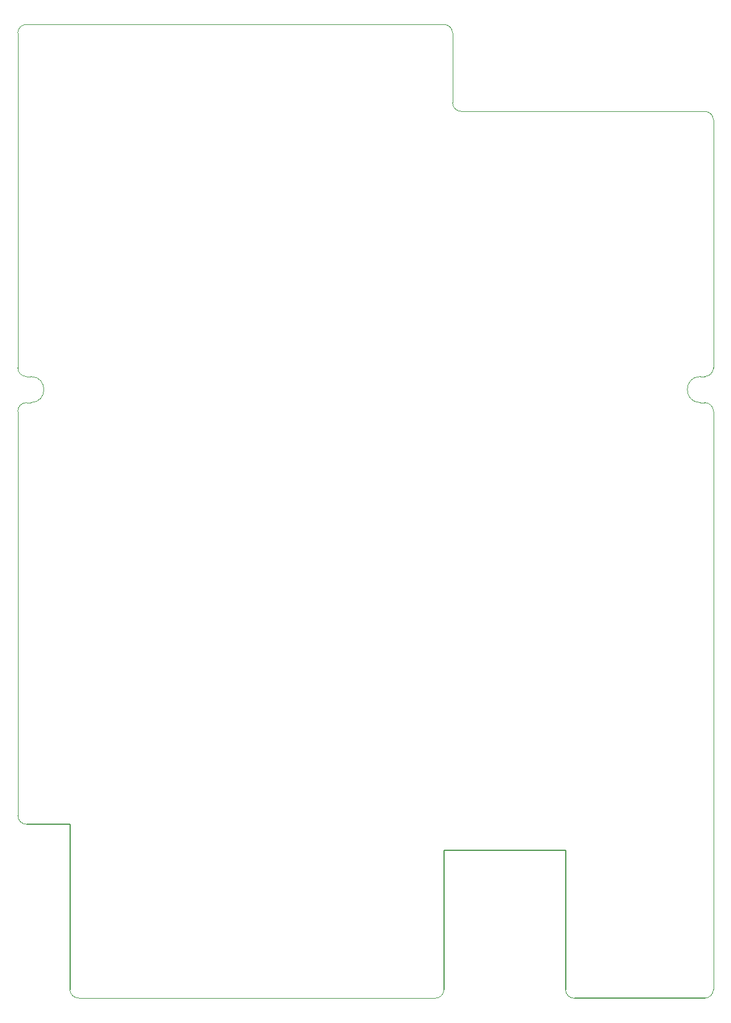
<source format=gm1>
G04 #@! TF.FileFunction,Profile,NP*
%FSLAX46Y46*%
G04 Gerber Fmt 4.6, Leading zero omitted, Abs format (unit mm)*
G04 Created by KiCad (PCBNEW 4.0.7) date Tuesday, June 19, 2018 'PMt' 05:08:08 PM*
%MOMM*%
%LPD*%
G01*
G04 APERTURE LIST*
%ADD10C,0.020000*%
%ADD11C,0.100000*%
%ADD12C,0.150000*%
G04 APERTURE END LIST*
D10*
D11*
X11442700Y-87642700D02*
G75*
G02X10172700Y-88912700I-1270000J0D01*
G01*
X30467300Y-88912700D02*
G75*
G02X29197300Y-87642700I0J1270000D01*
G01*
D12*
X30480000Y-88900000D02*
X49530000Y-88900000D01*
D11*
X-41922700Y-88887300D02*
G75*
G02X-43192700Y-87617300I0J1270000D01*
G01*
D12*
X-43180000Y-63500000D02*
X-43180000Y-87630000D01*
X-49530000Y-63500000D02*
X-43180000Y-63500000D01*
X29210000Y-67310000D02*
X29210000Y-87630000D01*
X11430000Y-67310000D02*
X29210000Y-67310000D01*
X11430000Y-87630000D02*
X11430000Y-67310000D01*
D11*
X-50800000Y-3175000D02*
G75*
G02X-49530000Y-1905000I1270000J0D01*
G01*
X-49530000Y-1905000D02*
X-48895000Y-1905000D01*
X-48895000Y1905000D02*
G75*
G02X-48895000Y-1905000I0J-1905000D01*
G01*
X-48895000Y1905000D02*
X-49530000Y1905000D01*
X-49530000Y1905000D02*
G75*
G02X-50800000Y3175000I0J1270000D01*
G01*
X-50800000Y52070000D02*
X-50800000Y3175000D01*
X-50800000Y52070000D02*
G75*
G02X-49530000Y53340000I1270000J0D01*
G01*
X11430000Y53340000D02*
X-49530000Y53340000D01*
X11430000Y53340000D02*
G75*
G02X12700000Y52070000I0J-1270000D01*
G01*
X12700000Y52070000D02*
X12700000Y41910000D01*
X13970000Y40640000D02*
G75*
G02X12700000Y41910000I0J1270000D01*
G01*
X13970000Y40640000D02*
X49530000Y40640000D01*
X49530000Y40640000D02*
G75*
G02X50800000Y39370000I0J-1270000D01*
G01*
X50800000Y3175000D02*
X50800000Y39370000D01*
X50800000Y3175000D02*
G75*
G02X49530000Y1905000I-1270000J0D01*
G01*
X48895000Y1905000D02*
X49530000Y1905000D01*
X48895000Y-1905000D02*
G75*
G02X48895000Y1905000I0J1905000D01*
G01*
X49530000Y-1905000D02*
X48895000Y-1905000D01*
X49530000Y-1905000D02*
G75*
G02X50800000Y-3175000I0J-1270000D01*
G01*
X50800000Y-87630000D02*
X50800000Y-3175000D01*
X50800000Y-87630000D02*
G75*
G02X49530000Y-88900000I-1270000J0D01*
G01*
X-41910000Y-88900000D02*
X10160000Y-88900000D01*
X-49517300Y-63512700D02*
G75*
G02X-50787300Y-62242700I0J1270000D01*
G01*
X-50800000Y-3175000D02*
X-50800000Y-62230000D01*
M02*

</source>
